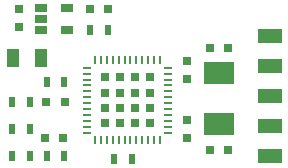
<source format=gtp>
G04 #@! TF.FileFunction,Paste,Top*
%FSLAX46Y46*%
G04 Gerber Fmt 4.6, Leading zero omitted, Abs format (unit mm)*
G04 Created by KiCad (PCBNEW 4.0.2-stable) date 6/19/2017 9:33:45 AM*
%MOMM*%
G01*
G04 APERTURE LIST*
%ADD10C,0.150000*%
%ADD11R,0.750000X0.800000*%
%ADD12R,0.800000X0.750000*%
%ADD13R,0.800000X0.800000*%
%ADD14R,1.050000X1.600000*%
%ADD15R,2.000000X1.200000*%
%ADD16R,0.500000X0.900000*%
%ADD17R,1.060000X0.650000*%
%ADD18R,0.700000X0.250000*%
%ADD19R,0.250000X0.700000*%
%ADD20R,0.772500X0.772500*%
%ADD21R,2.600000X1.900000*%
G04 APERTURE END LIST*
D10*
D11*
X189738000Y-127393000D03*
X189738000Y-128893000D03*
D12*
X195719000Y-127381000D03*
X197219000Y-127381000D03*
X205879000Y-139319000D03*
X207379000Y-139319000D03*
X205879000Y-130683000D03*
X207379000Y-130683000D03*
D11*
X203962000Y-131838000D03*
X203962000Y-133338000D03*
X203962000Y-136791000D03*
X203962000Y-138291000D03*
D13*
X191859000Y-138303000D03*
X193459000Y-138303000D03*
X193586000Y-135255000D03*
X191986000Y-135255000D03*
D14*
X189198000Y-131572000D03*
X191548000Y-131572000D03*
D15*
X210947000Y-129675000D03*
X210947000Y-132215000D03*
X210947000Y-134755000D03*
X210947000Y-137295000D03*
X210947000Y-139835000D03*
D16*
X193536000Y-133604000D03*
X192036000Y-133604000D03*
X192036000Y-139827000D03*
X193536000Y-139827000D03*
X199251000Y-140081000D03*
X197751000Y-140081000D03*
X197219000Y-129159000D03*
X195719000Y-129159000D03*
X190615000Y-137541000D03*
X189115000Y-137541000D03*
X190615000Y-135255000D03*
X189115000Y-135255000D03*
X190615000Y-139827000D03*
X189115000Y-139827000D03*
D17*
X191559000Y-127320000D03*
X191559000Y-128270000D03*
X191559000Y-129220000D03*
X193759000Y-129220000D03*
X193759000Y-127320000D03*
D18*
X202282000Y-137878000D03*
X202282000Y-137378000D03*
X202282000Y-136878000D03*
X202282000Y-136378000D03*
X202282000Y-135878000D03*
X202282000Y-135378000D03*
X202282000Y-134878000D03*
X202282000Y-134378000D03*
X202282000Y-133878000D03*
X202282000Y-133378000D03*
X202282000Y-132878000D03*
X202282000Y-132378000D03*
D19*
X201632000Y-131728000D03*
X201132000Y-131728000D03*
X200632000Y-131728000D03*
X200132000Y-131728000D03*
X199632000Y-131728000D03*
X199132000Y-131728000D03*
X198632000Y-131728000D03*
X198132000Y-131728000D03*
X197632000Y-131728000D03*
X197132000Y-131728000D03*
X196632000Y-131728000D03*
X196132000Y-131728000D03*
D18*
X195482000Y-132378000D03*
X195482000Y-132878000D03*
X195482000Y-133378000D03*
X195482000Y-133878000D03*
X195482000Y-134378000D03*
X195482000Y-134878000D03*
X195482000Y-135378000D03*
X195482000Y-135878000D03*
X195482000Y-136378000D03*
X195482000Y-136878000D03*
X195482000Y-137378000D03*
X195482000Y-137878000D03*
D19*
X196132000Y-138528000D03*
X196632000Y-138528000D03*
X197132000Y-138528000D03*
X197632000Y-138528000D03*
X198132000Y-138528000D03*
X198632000Y-138528000D03*
X199132000Y-138528000D03*
X199632000Y-138528000D03*
X200132000Y-138528000D03*
X200632000Y-138528000D03*
X201132000Y-138528000D03*
X201632000Y-138528000D03*
D20*
X196950750Y-133196750D03*
X196950750Y-134484250D03*
X196950750Y-135771750D03*
X196950750Y-137059250D03*
X198238250Y-133196750D03*
X198238250Y-134484250D03*
X198238250Y-135771750D03*
X198238250Y-137059250D03*
X199525750Y-133196750D03*
X199525750Y-134484250D03*
X199525750Y-135771750D03*
X199525750Y-137059250D03*
X200813250Y-133196750D03*
X200813250Y-134484250D03*
X200813250Y-135771750D03*
X200813250Y-137059250D03*
D21*
X206629000Y-132851000D03*
X206629000Y-137151000D03*
M02*

</source>
